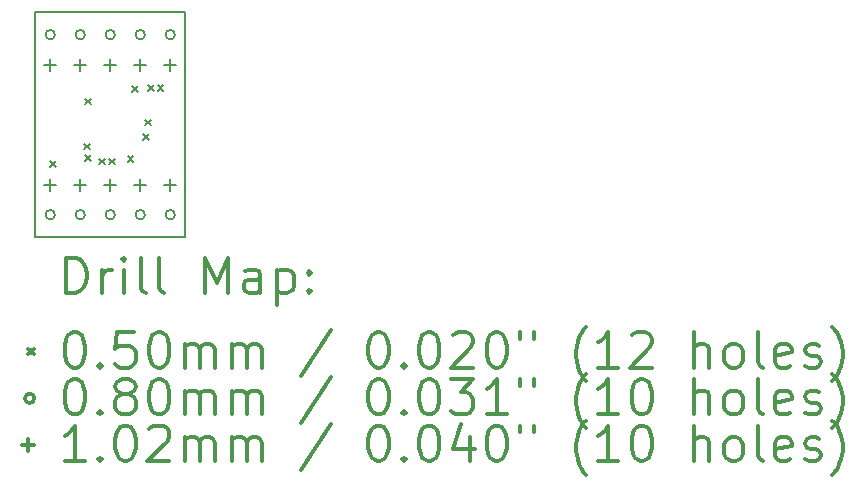
<source format=gbr>
%FSLAX45Y45*%
G04 Gerber Fmt 4.5, Leading zero omitted, Abs format (unit mm)*
G04 Created by KiCad (PCBNEW 4.0.2+dfsg1-stable) date Tue 16 May 2017 12:42:10 BST*
%MOMM*%
G01*
G04 APERTURE LIST*
%ADD10C,0.127000*%
%ADD11C,0.150000*%
%ADD12C,0.200000*%
%ADD13C,0.300000*%
G04 APERTURE END LIST*
D10*
D11*
X20148550Y-9969500D02*
X20148550Y-11874500D01*
X18884900Y-9969500D02*
X20148550Y-9969500D01*
X18884900Y-11874500D02*
X20148550Y-11874500D01*
X18884900Y-9969500D02*
X18884900Y-11874500D01*
D12*
X19012300Y-11227200D02*
X19062300Y-11277200D01*
X19062300Y-11227200D02*
X19012300Y-11277200D01*
X19298050Y-11081150D02*
X19348050Y-11131150D01*
X19348050Y-11081150D02*
X19298050Y-11131150D01*
X19304400Y-10700150D02*
X19354400Y-10750150D01*
X19354400Y-10700150D02*
X19304400Y-10750150D01*
X19304400Y-11176400D02*
X19354400Y-11226400D01*
X19354400Y-11176400D02*
X19304400Y-11226400D01*
X19425050Y-11208150D02*
X19475050Y-11258150D01*
X19475050Y-11208150D02*
X19425050Y-11258150D01*
X19507600Y-11208150D02*
X19557600Y-11258150D01*
X19557600Y-11208150D02*
X19507600Y-11258150D01*
X19666350Y-11189100D02*
X19716350Y-11239100D01*
X19716350Y-11189100D02*
X19666350Y-11239100D01*
X19704450Y-10592200D02*
X19754450Y-10642200D01*
X19754450Y-10592200D02*
X19704450Y-10642200D01*
X19799700Y-10998600D02*
X19849700Y-11048600D01*
X19849700Y-10998600D02*
X19799700Y-11048600D01*
X19812400Y-10877950D02*
X19862400Y-10927950D01*
X19862400Y-10877950D02*
X19812400Y-10927950D01*
X19837800Y-10585850D02*
X19887800Y-10635850D01*
X19887800Y-10585850D02*
X19837800Y-10635850D01*
X19920350Y-10585850D02*
X19970350Y-10635850D01*
X19970350Y-10585850D02*
X19920350Y-10635850D01*
X19051900Y-10160000D02*
G75*
G03X19051900Y-10160000I-40000J0D01*
G01*
X19051900Y-11684000D02*
G75*
G03X19051900Y-11684000I-40000J0D01*
G01*
X19305900Y-10160000D02*
G75*
G03X19305900Y-10160000I-40000J0D01*
G01*
X19305900Y-11684000D02*
G75*
G03X19305900Y-11684000I-40000J0D01*
G01*
X19559900Y-10160000D02*
G75*
G03X19559900Y-10160000I-40000J0D01*
G01*
X19559900Y-11684000D02*
G75*
G03X19559900Y-11684000I-40000J0D01*
G01*
X19813900Y-10160000D02*
G75*
G03X19813900Y-10160000I-40000J0D01*
G01*
X19813900Y-11684000D02*
G75*
G03X19813900Y-11684000I-40000J0D01*
G01*
X20067900Y-10160000D02*
G75*
G03X20067900Y-10160000I-40000J0D01*
G01*
X20067900Y-11684000D02*
G75*
G03X20067900Y-11684000I-40000J0D01*
G01*
X19011900Y-10363200D02*
X19011900Y-10464800D01*
X18961100Y-10414000D02*
X19062700Y-10414000D01*
X19011900Y-11379200D02*
X19011900Y-11480800D01*
X18961100Y-11430000D02*
X19062700Y-11430000D01*
X19265900Y-10363200D02*
X19265900Y-10464800D01*
X19215100Y-10414000D02*
X19316700Y-10414000D01*
X19265900Y-11379200D02*
X19265900Y-11480800D01*
X19215100Y-11430000D02*
X19316700Y-11430000D01*
X19519900Y-10363200D02*
X19519900Y-10464800D01*
X19469100Y-10414000D02*
X19570700Y-10414000D01*
X19519900Y-11379200D02*
X19519900Y-11480800D01*
X19469100Y-11430000D02*
X19570700Y-11430000D01*
X19773900Y-10363200D02*
X19773900Y-10464800D01*
X19723100Y-10414000D02*
X19824700Y-10414000D01*
X19773900Y-11379200D02*
X19773900Y-11480800D01*
X19723100Y-11430000D02*
X19824700Y-11430000D01*
X20027900Y-10363200D02*
X20027900Y-10464800D01*
X19977100Y-10414000D02*
X20078700Y-10414000D01*
X20027900Y-11379200D02*
X20027900Y-11480800D01*
X19977100Y-11430000D02*
X20078700Y-11430000D01*
D13*
X19148829Y-12347714D02*
X19148829Y-12047714D01*
X19220257Y-12047714D01*
X19263114Y-12062000D01*
X19291686Y-12090571D01*
X19305971Y-12119143D01*
X19320257Y-12176286D01*
X19320257Y-12219143D01*
X19305971Y-12276286D01*
X19291686Y-12304857D01*
X19263114Y-12333429D01*
X19220257Y-12347714D01*
X19148829Y-12347714D01*
X19448829Y-12347714D02*
X19448829Y-12147714D01*
X19448829Y-12204857D02*
X19463114Y-12176286D01*
X19477400Y-12162000D01*
X19505971Y-12147714D01*
X19534543Y-12147714D01*
X19634543Y-12347714D02*
X19634543Y-12147714D01*
X19634543Y-12047714D02*
X19620257Y-12062000D01*
X19634543Y-12076286D01*
X19648829Y-12062000D01*
X19634543Y-12047714D01*
X19634543Y-12076286D01*
X19820257Y-12347714D02*
X19791686Y-12333429D01*
X19777400Y-12304857D01*
X19777400Y-12047714D01*
X19977400Y-12347714D02*
X19948829Y-12333429D01*
X19934543Y-12304857D01*
X19934543Y-12047714D01*
X20320257Y-12347714D02*
X20320257Y-12047714D01*
X20420257Y-12262000D01*
X20520257Y-12047714D01*
X20520257Y-12347714D01*
X20791686Y-12347714D02*
X20791686Y-12190571D01*
X20777400Y-12162000D01*
X20748829Y-12147714D01*
X20691686Y-12147714D01*
X20663114Y-12162000D01*
X20791686Y-12333429D02*
X20763114Y-12347714D01*
X20691686Y-12347714D01*
X20663114Y-12333429D01*
X20648829Y-12304857D01*
X20648829Y-12276286D01*
X20663114Y-12247714D01*
X20691686Y-12233429D01*
X20763114Y-12233429D01*
X20791686Y-12219143D01*
X20934543Y-12147714D02*
X20934543Y-12447714D01*
X20934543Y-12162000D02*
X20963114Y-12147714D01*
X21020257Y-12147714D01*
X21048829Y-12162000D01*
X21063114Y-12176286D01*
X21077400Y-12204857D01*
X21077400Y-12290571D01*
X21063114Y-12319143D01*
X21048829Y-12333429D01*
X21020257Y-12347714D01*
X20963114Y-12347714D01*
X20934543Y-12333429D01*
X21205971Y-12319143D02*
X21220257Y-12333429D01*
X21205971Y-12347714D01*
X21191686Y-12333429D01*
X21205971Y-12319143D01*
X21205971Y-12347714D01*
X21205971Y-12162000D02*
X21220257Y-12176286D01*
X21205971Y-12190571D01*
X21191686Y-12176286D01*
X21205971Y-12162000D01*
X21205971Y-12190571D01*
X18827400Y-12817000D02*
X18877400Y-12867000D01*
X18877400Y-12817000D02*
X18827400Y-12867000D01*
X19205971Y-12677714D02*
X19234543Y-12677714D01*
X19263114Y-12692000D01*
X19277400Y-12706286D01*
X19291686Y-12734857D01*
X19305971Y-12792000D01*
X19305971Y-12863429D01*
X19291686Y-12920571D01*
X19277400Y-12949143D01*
X19263114Y-12963429D01*
X19234543Y-12977714D01*
X19205971Y-12977714D01*
X19177400Y-12963429D01*
X19163114Y-12949143D01*
X19148829Y-12920571D01*
X19134543Y-12863429D01*
X19134543Y-12792000D01*
X19148829Y-12734857D01*
X19163114Y-12706286D01*
X19177400Y-12692000D01*
X19205971Y-12677714D01*
X19434543Y-12949143D02*
X19448829Y-12963429D01*
X19434543Y-12977714D01*
X19420257Y-12963429D01*
X19434543Y-12949143D01*
X19434543Y-12977714D01*
X19720257Y-12677714D02*
X19577400Y-12677714D01*
X19563114Y-12820571D01*
X19577400Y-12806286D01*
X19605971Y-12792000D01*
X19677400Y-12792000D01*
X19705971Y-12806286D01*
X19720257Y-12820571D01*
X19734543Y-12849143D01*
X19734543Y-12920571D01*
X19720257Y-12949143D01*
X19705971Y-12963429D01*
X19677400Y-12977714D01*
X19605971Y-12977714D01*
X19577400Y-12963429D01*
X19563114Y-12949143D01*
X19920257Y-12677714D02*
X19948829Y-12677714D01*
X19977400Y-12692000D01*
X19991686Y-12706286D01*
X20005971Y-12734857D01*
X20020257Y-12792000D01*
X20020257Y-12863429D01*
X20005971Y-12920571D01*
X19991686Y-12949143D01*
X19977400Y-12963429D01*
X19948829Y-12977714D01*
X19920257Y-12977714D01*
X19891686Y-12963429D01*
X19877400Y-12949143D01*
X19863114Y-12920571D01*
X19848829Y-12863429D01*
X19848829Y-12792000D01*
X19863114Y-12734857D01*
X19877400Y-12706286D01*
X19891686Y-12692000D01*
X19920257Y-12677714D01*
X20148829Y-12977714D02*
X20148829Y-12777714D01*
X20148829Y-12806286D02*
X20163114Y-12792000D01*
X20191686Y-12777714D01*
X20234543Y-12777714D01*
X20263114Y-12792000D01*
X20277400Y-12820571D01*
X20277400Y-12977714D01*
X20277400Y-12820571D02*
X20291686Y-12792000D01*
X20320257Y-12777714D01*
X20363114Y-12777714D01*
X20391686Y-12792000D01*
X20405971Y-12820571D01*
X20405971Y-12977714D01*
X20548829Y-12977714D02*
X20548829Y-12777714D01*
X20548829Y-12806286D02*
X20563114Y-12792000D01*
X20591686Y-12777714D01*
X20634543Y-12777714D01*
X20663114Y-12792000D01*
X20677400Y-12820571D01*
X20677400Y-12977714D01*
X20677400Y-12820571D02*
X20691686Y-12792000D01*
X20720257Y-12777714D01*
X20763114Y-12777714D01*
X20791686Y-12792000D01*
X20805971Y-12820571D01*
X20805971Y-12977714D01*
X21391686Y-12663429D02*
X21134543Y-13049143D01*
X21777400Y-12677714D02*
X21805971Y-12677714D01*
X21834543Y-12692000D01*
X21848828Y-12706286D01*
X21863114Y-12734857D01*
X21877400Y-12792000D01*
X21877400Y-12863429D01*
X21863114Y-12920571D01*
X21848828Y-12949143D01*
X21834543Y-12963429D01*
X21805971Y-12977714D01*
X21777400Y-12977714D01*
X21748828Y-12963429D01*
X21734543Y-12949143D01*
X21720257Y-12920571D01*
X21705971Y-12863429D01*
X21705971Y-12792000D01*
X21720257Y-12734857D01*
X21734543Y-12706286D01*
X21748828Y-12692000D01*
X21777400Y-12677714D01*
X22005971Y-12949143D02*
X22020257Y-12963429D01*
X22005971Y-12977714D01*
X21991686Y-12963429D01*
X22005971Y-12949143D01*
X22005971Y-12977714D01*
X22205971Y-12677714D02*
X22234543Y-12677714D01*
X22263114Y-12692000D01*
X22277400Y-12706286D01*
X22291686Y-12734857D01*
X22305971Y-12792000D01*
X22305971Y-12863429D01*
X22291686Y-12920571D01*
X22277400Y-12949143D01*
X22263114Y-12963429D01*
X22234543Y-12977714D01*
X22205971Y-12977714D01*
X22177400Y-12963429D01*
X22163114Y-12949143D01*
X22148828Y-12920571D01*
X22134543Y-12863429D01*
X22134543Y-12792000D01*
X22148828Y-12734857D01*
X22163114Y-12706286D01*
X22177400Y-12692000D01*
X22205971Y-12677714D01*
X22420257Y-12706286D02*
X22434543Y-12692000D01*
X22463114Y-12677714D01*
X22534543Y-12677714D01*
X22563114Y-12692000D01*
X22577400Y-12706286D01*
X22591685Y-12734857D01*
X22591685Y-12763429D01*
X22577400Y-12806286D01*
X22405971Y-12977714D01*
X22591685Y-12977714D01*
X22777400Y-12677714D02*
X22805971Y-12677714D01*
X22834543Y-12692000D01*
X22848828Y-12706286D01*
X22863114Y-12734857D01*
X22877400Y-12792000D01*
X22877400Y-12863429D01*
X22863114Y-12920571D01*
X22848828Y-12949143D01*
X22834543Y-12963429D01*
X22805971Y-12977714D01*
X22777400Y-12977714D01*
X22748828Y-12963429D01*
X22734543Y-12949143D01*
X22720257Y-12920571D01*
X22705971Y-12863429D01*
X22705971Y-12792000D01*
X22720257Y-12734857D01*
X22734543Y-12706286D01*
X22748828Y-12692000D01*
X22777400Y-12677714D01*
X22991686Y-12677714D02*
X22991686Y-12734857D01*
X23105971Y-12677714D02*
X23105971Y-12734857D01*
X23548828Y-13092000D02*
X23534543Y-13077714D01*
X23505971Y-13034857D01*
X23491685Y-13006286D01*
X23477400Y-12963429D01*
X23463114Y-12892000D01*
X23463114Y-12834857D01*
X23477400Y-12763429D01*
X23491685Y-12720571D01*
X23505971Y-12692000D01*
X23534543Y-12649143D01*
X23548828Y-12634857D01*
X23820257Y-12977714D02*
X23648828Y-12977714D01*
X23734543Y-12977714D02*
X23734543Y-12677714D01*
X23705971Y-12720571D01*
X23677400Y-12749143D01*
X23648828Y-12763429D01*
X23934543Y-12706286D02*
X23948828Y-12692000D01*
X23977400Y-12677714D01*
X24048828Y-12677714D01*
X24077400Y-12692000D01*
X24091685Y-12706286D01*
X24105971Y-12734857D01*
X24105971Y-12763429D01*
X24091685Y-12806286D01*
X23920257Y-12977714D01*
X24105971Y-12977714D01*
X24463114Y-12977714D02*
X24463114Y-12677714D01*
X24591685Y-12977714D02*
X24591685Y-12820571D01*
X24577400Y-12792000D01*
X24548828Y-12777714D01*
X24505971Y-12777714D01*
X24477400Y-12792000D01*
X24463114Y-12806286D01*
X24777400Y-12977714D02*
X24748828Y-12963429D01*
X24734543Y-12949143D01*
X24720257Y-12920571D01*
X24720257Y-12834857D01*
X24734543Y-12806286D01*
X24748828Y-12792000D01*
X24777400Y-12777714D01*
X24820257Y-12777714D01*
X24848828Y-12792000D01*
X24863114Y-12806286D01*
X24877400Y-12834857D01*
X24877400Y-12920571D01*
X24863114Y-12949143D01*
X24848828Y-12963429D01*
X24820257Y-12977714D01*
X24777400Y-12977714D01*
X25048828Y-12977714D02*
X25020257Y-12963429D01*
X25005971Y-12934857D01*
X25005971Y-12677714D01*
X25277400Y-12963429D02*
X25248828Y-12977714D01*
X25191686Y-12977714D01*
X25163114Y-12963429D01*
X25148828Y-12934857D01*
X25148828Y-12820571D01*
X25163114Y-12792000D01*
X25191686Y-12777714D01*
X25248828Y-12777714D01*
X25277400Y-12792000D01*
X25291686Y-12820571D01*
X25291686Y-12849143D01*
X25148828Y-12877714D01*
X25405971Y-12963429D02*
X25434543Y-12977714D01*
X25491686Y-12977714D01*
X25520257Y-12963429D01*
X25534543Y-12934857D01*
X25534543Y-12920571D01*
X25520257Y-12892000D01*
X25491686Y-12877714D01*
X25448828Y-12877714D01*
X25420257Y-12863429D01*
X25405971Y-12834857D01*
X25405971Y-12820571D01*
X25420257Y-12792000D01*
X25448828Y-12777714D01*
X25491686Y-12777714D01*
X25520257Y-12792000D01*
X25634543Y-13092000D02*
X25648828Y-13077714D01*
X25677400Y-13034857D01*
X25691686Y-13006286D01*
X25705971Y-12963429D01*
X25720257Y-12892000D01*
X25720257Y-12834857D01*
X25705971Y-12763429D01*
X25691686Y-12720571D01*
X25677400Y-12692000D01*
X25648828Y-12649143D01*
X25634543Y-12634857D01*
X18877400Y-13238000D02*
G75*
G03X18877400Y-13238000I-40000J0D01*
G01*
X19205971Y-13073714D02*
X19234543Y-13073714D01*
X19263114Y-13088000D01*
X19277400Y-13102286D01*
X19291686Y-13130857D01*
X19305971Y-13188000D01*
X19305971Y-13259429D01*
X19291686Y-13316571D01*
X19277400Y-13345143D01*
X19263114Y-13359429D01*
X19234543Y-13373714D01*
X19205971Y-13373714D01*
X19177400Y-13359429D01*
X19163114Y-13345143D01*
X19148829Y-13316571D01*
X19134543Y-13259429D01*
X19134543Y-13188000D01*
X19148829Y-13130857D01*
X19163114Y-13102286D01*
X19177400Y-13088000D01*
X19205971Y-13073714D01*
X19434543Y-13345143D02*
X19448829Y-13359429D01*
X19434543Y-13373714D01*
X19420257Y-13359429D01*
X19434543Y-13345143D01*
X19434543Y-13373714D01*
X19620257Y-13202286D02*
X19591686Y-13188000D01*
X19577400Y-13173714D01*
X19563114Y-13145143D01*
X19563114Y-13130857D01*
X19577400Y-13102286D01*
X19591686Y-13088000D01*
X19620257Y-13073714D01*
X19677400Y-13073714D01*
X19705971Y-13088000D01*
X19720257Y-13102286D01*
X19734543Y-13130857D01*
X19734543Y-13145143D01*
X19720257Y-13173714D01*
X19705971Y-13188000D01*
X19677400Y-13202286D01*
X19620257Y-13202286D01*
X19591686Y-13216571D01*
X19577400Y-13230857D01*
X19563114Y-13259429D01*
X19563114Y-13316571D01*
X19577400Y-13345143D01*
X19591686Y-13359429D01*
X19620257Y-13373714D01*
X19677400Y-13373714D01*
X19705971Y-13359429D01*
X19720257Y-13345143D01*
X19734543Y-13316571D01*
X19734543Y-13259429D01*
X19720257Y-13230857D01*
X19705971Y-13216571D01*
X19677400Y-13202286D01*
X19920257Y-13073714D02*
X19948829Y-13073714D01*
X19977400Y-13088000D01*
X19991686Y-13102286D01*
X20005971Y-13130857D01*
X20020257Y-13188000D01*
X20020257Y-13259429D01*
X20005971Y-13316571D01*
X19991686Y-13345143D01*
X19977400Y-13359429D01*
X19948829Y-13373714D01*
X19920257Y-13373714D01*
X19891686Y-13359429D01*
X19877400Y-13345143D01*
X19863114Y-13316571D01*
X19848829Y-13259429D01*
X19848829Y-13188000D01*
X19863114Y-13130857D01*
X19877400Y-13102286D01*
X19891686Y-13088000D01*
X19920257Y-13073714D01*
X20148829Y-13373714D02*
X20148829Y-13173714D01*
X20148829Y-13202286D02*
X20163114Y-13188000D01*
X20191686Y-13173714D01*
X20234543Y-13173714D01*
X20263114Y-13188000D01*
X20277400Y-13216571D01*
X20277400Y-13373714D01*
X20277400Y-13216571D02*
X20291686Y-13188000D01*
X20320257Y-13173714D01*
X20363114Y-13173714D01*
X20391686Y-13188000D01*
X20405971Y-13216571D01*
X20405971Y-13373714D01*
X20548829Y-13373714D02*
X20548829Y-13173714D01*
X20548829Y-13202286D02*
X20563114Y-13188000D01*
X20591686Y-13173714D01*
X20634543Y-13173714D01*
X20663114Y-13188000D01*
X20677400Y-13216571D01*
X20677400Y-13373714D01*
X20677400Y-13216571D02*
X20691686Y-13188000D01*
X20720257Y-13173714D01*
X20763114Y-13173714D01*
X20791686Y-13188000D01*
X20805971Y-13216571D01*
X20805971Y-13373714D01*
X21391686Y-13059429D02*
X21134543Y-13445143D01*
X21777400Y-13073714D02*
X21805971Y-13073714D01*
X21834543Y-13088000D01*
X21848828Y-13102286D01*
X21863114Y-13130857D01*
X21877400Y-13188000D01*
X21877400Y-13259429D01*
X21863114Y-13316571D01*
X21848828Y-13345143D01*
X21834543Y-13359429D01*
X21805971Y-13373714D01*
X21777400Y-13373714D01*
X21748828Y-13359429D01*
X21734543Y-13345143D01*
X21720257Y-13316571D01*
X21705971Y-13259429D01*
X21705971Y-13188000D01*
X21720257Y-13130857D01*
X21734543Y-13102286D01*
X21748828Y-13088000D01*
X21777400Y-13073714D01*
X22005971Y-13345143D02*
X22020257Y-13359429D01*
X22005971Y-13373714D01*
X21991686Y-13359429D01*
X22005971Y-13345143D01*
X22005971Y-13373714D01*
X22205971Y-13073714D02*
X22234543Y-13073714D01*
X22263114Y-13088000D01*
X22277400Y-13102286D01*
X22291686Y-13130857D01*
X22305971Y-13188000D01*
X22305971Y-13259429D01*
X22291686Y-13316571D01*
X22277400Y-13345143D01*
X22263114Y-13359429D01*
X22234543Y-13373714D01*
X22205971Y-13373714D01*
X22177400Y-13359429D01*
X22163114Y-13345143D01*
X22148828Y-13316571D01*
X22134543Y-13259429D01*
X22134543Y-13188000D01*
X22148828Y-13130857D01*
X22163114Y-13102286D01*
X22177400Y-13088000D01*
X22205971Y-13073714D01*
X22405971Y-13073714D02*
X22591685Y-13073714D01*
X22491685Y-13188000D01*
X22534543Y-13188000D01*
X22563114Y-13202286D01*
X22577400Y-13216571D01*
X22591685Y-13245143D01*
X22591685Y-13316571D01*
X22577400Y-13345143D01*
X22563114Y-13359429D01*
X22534543Y-13373714D01*
X22448828Y-13373714D01*
X22420257Y-13359429D01*
X22405971Y-13345143D01*
X22877400Y-13373714D02*
X22705971Y-13373714D01*
X22791685Y-13373714D02*
X22791685Y-13073714D01*
X22763114Y-13116571D01*
X22734543Y-13145143D01*
X22705971Y-13159429D01*
X22991686Y-13073714D02*
X22991686Y-13130857D01*
X23105971Y-13073714D02*
X23105971Y-13130857D01*
X23548828Y-13488000D02*
X23534543Y-13473714D01*
X23505971Y-13430857D01*
X23491685Y-13402286D01*
X23477400Y-13359429D01*
X23463114Y-13288000D01*
X23463114Y-13230857D01*
X23477400Y-13159429D01*
X23491685Y-13116571D01*
X23505971Y-13088000D01*
X23534543Y-13045143D01*
X23548828Y-13030857D01*
X23820257Y-13373714D02*
X23648828Y-13373714D01*
X23734543Y-13373714D02*
X23734543Y-13073714D01*
X23705971Y-13116571D01*
X23677400Y-13145143D01*
X23648828Y-13159429D01*
X24005971Y-13073714D02*
X24034543Y-13073714D01*
X24063114Y-13088000D01*
X24077400Y-13102286D01*
X24091685Y-13130857D01*
X24105971Y-13188000D01*
X24105971Y-13259429D01*
X24091685Y-13316571D01*
X24077400Y-13345143D01*
X24063114Y-13359429D01*
X24034543Y-13373714D01*
X24005971Y-13373714D01*
X23977400Y-13359429D01*
X23963114Y-13345143D01*
X23948828Y-13316571D01*
X23934543Y-13259429D01*
X23934543Y-13188000D01*
X23948828Y-13130857D01*
X23963114Y-13102286D01*
X23977400Y-13088000D01*
X24005971Y-13073714D01*
X24463114Y-13373714D02*
X24463114Y-13073714D01*
X24591685Y-13373714D02*
X24591685Y-13216571D01*
X24577400Y-13188000D01*
X24548828Y-13173714D01*
X24505971Y-13173714D01*
X24477400Y-13188000D01*
X24463114Y-13202286D01*
X24777400Y-13373714D02*
X24748828Y-13359429D01*
X24734543Y-13345143D01*
X24720257Y-13316571D01*
X24720257Y-13230857D01*
X24734543Y-13202286D01*
X24748828Y-13188000D01*
X24777400Y-13173714D01*
X24820257Y-13173714D01*
X24848828Y-13188000D01*
X24863114Y-13202286D01*
X24877400Y-13230857D01*
X24877400Y-13316571D01*
X24863114Y-13345143D01*
X24848828Y-13359429D01*
X24820257Y-13373714D01*
X24777400Y-13373714D01*
X25048828Y-13373714D02*
X25020257Y-13359429D01*
X25005971Y-13330857D01*
X25005971Y-13073714D01*
X25277400Y-13359429D02*
X25248828Y-13373714D01*
X25191686Y-13373714D01*
X25163114Y-13359429D01*
X25148828Y-13330857D01*
X25148828Y-13216571D01*
X25163114Y-13188000D01*
X25191686Y-13173714D01*
X25248828Y-13173714D01*
X25277400Y-13188000D01*
X25291686Y-13216571D01*
X25291686Y-13245143D01*
X25148828Y-13273714D01*
X25405971Y-13359429D02*
X25434543Y-13373714D01*
X25491686Y-13373714D01*
X25520257Y-13359429D01*
X25534543Y-13330857D01*
X25534543Y-13316571D01*
X25520257Y-13288000D01*
X25491686Y-13273714D01*
X25448828Y-13273714D01*
X25420257Y-13259429D01*
X25405971Y-13230857D01*
X25405971Y-13216571D01*
X25420257Y-13188000D01*
X25448828Y-13173714D01*
X25491686Y-13173714D01*
X25520257Y-13188000D01*
X25634543Y-13488000D02*
X25648828Y-13473714D01*
X25677400Y-13430857D01*
X25691686Y-13402286D01*
X25705971Y-13359429D01*
X25720257Y-13288000D01*
X25720257Y-13230857D01*
X25705971Y-13159429D01*
X25691686Y-13116571D01*
X25677400Y-13088000D01*
X25648828Y-13045143D01*
X25634543Y-13030857D01*
X18826600Y-13583200D02*
X18826600Y-13684800D01*
X18775800Y-13634000D02*
X18877400Y-13634000D01*
X19305971Y-13769714D02*
X19134543Y-13769714D01*
X19220257Y-13769714D02*
X19220257Y-13469714D01*
X19191686Y-13512571D01*
X19163114Y-13541143D01*
X19134543Y-13555429D01*
X19434543Y-13741143D02*
X19448829Y-13755429D01*
X19434543Y-13769714D01*
X19420257Y-13755429D01*
X19434543Y-13741143D01*
X19434543Y-13769714D01*
X19634543Y-13469714D02*
X19663114Y-13469714D01*
X19691686Y-13484000D01*
X19705971Y-13498286D01*
X19720257Y-13526857D01*
X19734543Y-13584000D01*
X19734543Y-13655429D01*
X19720257Y-13712571D01*
X19705971Y-13741143D01*
X19691686Y-13755429D01*
X19663114Y-13769714D01*
X19634543Y-13769714D01*
X19605971Y-13755429D01*
X19591686Y-13741143D01*
X19577400Y-13712571D01*
X19563114Y-13655429D01*
X19563114Y-13584000D01*
X19577400Y-13526857D01*
X19591686Y-13498286D01*
X19605971Y-13484000D01*
X19634543Y-13469714D01*
X19848829Y-13498286D02*
X19863114Y-13484000D01*
X19891686Y-13469714D01*
X19963114Y-13469714D01*
X19991686Y-13484000D01*
X20005971Y-13498286D01*
X20020257Y-13526857D01*
X20020257Y-13555429D01*
X20005971Y-13598286D01*
X19834543Y-13769714D01*
X20020257Y-13769714D01*
X20148829Y-13769714D02*
X20148829Y-13569714D01*
X20148829Y-13598286D02*
X20163114Y-13584000D01*
X20191686Y-13569714D01*
X20234543Y-13569714D01*
X20263114Y-13584000D01*
X20277400Y-13612571D01*
X20277400Y-13769714D01*
X20277400Y-13612571D02*
X20291686Y-13584000D01*
X20320257Y-13569714D01*
X20363114Y-13569714D01*
X20391686Y-13584000D01*
X20405971Y-13612571D01*
X20405971Y-13769714D01*
X20548829Y-13769714D02*
X20548829Y-13569714D01*
X20548829Y-13598286D02*
X20563114Y-13584000D01*
X20591686Y-13569714D01*
X20634543Y-13569714D01*
X20663114Y-13584000D01*
X20677400Y-13612571D01*
X20677400Y-13769714D01*
X20677400Y-13612571D02*
X20691686Y-13584000D01*
X20720257Y-13569714D01*
X20763114Y-13569714D01*
X20791686Y-13584000D01*
X20805971Y-13612571D01*
X20805971Y-13769714D01*
X21391686Y-13455429D02*
X21134543Y-13841143D01*
X21777400Y-13469714D02*
X21805971Y-13469714D01*
X21834543Y-13484000D01*
X21848828Y-13498286D01*
X21863114Y-13526857D01*
X21877400Y-13584000D01*
X21877400Y-13655429D01*
X21863114Y-13712571D01*
X21848828Y-13741143D01*
X21834543Y-13755429D01*
X21805971Y-13769714D01*
X21777400Y-13769714D01*
X21748828Y-13755429D01*
X21734543Y-13741143D01*
X21720257Y-13712571D01*
X21705971Y-13655429D01*
X21705971Y-13584000D01*
X21720257Y-13526857D01*
X21734543Y-13498286D01*
X21748828Y-13484000D01*
X21777400Y-13469714D01*
X22005971Y-13741143D02*
X22020257Y-13755429D01*
X22005971Y-13769714D01*
X21991686Y-13755429D01*
X22005971Y-13741143D01*
X22005971Y-13769714D01*
X22205971Y-13469714D02*
X22234543Y-13469714D01*
X22263114Y-13484000D01*
X22277400Y-13498286D01*
X22291686Y-13526857D01*
X22305971Y-13584000D01*
X22305971Y-13655429D01*
X22291686Y-13712571D01*
X22277400Y-13741143D01*
X22263114Y-13755429D01*
X22234543Y-13769714D01*
X22205971Y-13769714D01*
X22177400Y-13755429D01*
X22163114Y-13741143D01*
X22148828Y-13712571D01*
X22134543Y-13655429D01*
X22134543Y-13584000D01*
X22148828Y-13526857D01*
X22163114Y-13498286D01*
X22177400Y-13484000D01*
X22205971Y-13469714D01*
X22563114Y-13569714D02*
X22563114Y-13769714D01*
X22491685Y-13455429D02*
X22420257Y-13669714D01*
X22605971Y-13669714D01*
X22777400Y-13469714D02*
X22805971Y-13469714D01*
X22834543Y-13484000D01*
X22848828Y-13498286D01*
X22863114Y-13526857D01*
X22877400Y-13584000D01*
X22877400Y-13655429D01*
X22863114Y-13712571D01*
X22848828Y-13741143D01*
X22834543Y-13755429D01*
X22805971Y-13769714D01*
X22777400Y-13769714D01*
X22748828Y-13755429D01*
X22734543Y-13741143D01*
X22720257Y-13712571D01*
X22705971Y-13655429D01*
X22705971Y-13584000D01*
X22720257Y-13526857D01*
X22734543Y-13498286D01*
X22748828Y-13484000D01*
X22777400Y-13469714D01*
X22991686Y-13469714D02*
X22991686Y-13526857D01*
X23105971Y-13469714D02*
X23105971Y-13526857D01*
X23548828Y-13884000D02*
X23534543Y-13869714D01*
X23505971Y-13826857D01*
X23491685Y-13798286D01*
X23477400Y-13755429D01*
X23463114Y-13684000D01*
X23463114Y-13626857D01*
X23477400Y-13555429D01*
X23491685Y-13512571D01*
X23505971Y-13484000D01*
X23534543Y-13441143D01*
X23548828Y-13426857D01*
X23820257Y-13769714D02*
X23648828Y-13769714D01*
X23734543Y-13769714D02*
X23734543Y-13469714D01*
X23705971Y-13512571D01*
X23677400Y-13541143D01*
X23648828Y-13555429D01*
X24005971Y-13469714D02*
X24034543Y-13469714D01*
X24063114Y-13484000D01*
X24077400Y-13498286D01*
X24091685Y-13526857D01*
X24105971Y-13584000D01*
X24105971Y-13655429D01*
X24091685Y-13712571D01*
X24077400Y-13741143D01*
X24063114Y-13755429D01*
X24034543Y-13769714D01*
X24005971Y-13769714D01*
X23977400Y-13755429D01*
X23963114Y-13741143D01*
X23948828Y-13712571D01*
X23934543Y-13655429D01*
X23934543Y-13584000D01*
X23948828Y-13526857D01*
X23963114Y-13498286D01*
X23977400Y-13484000D01*
X24005971Y-13469714D01*
X24463114Y-13769714D02*
X24463114Y-13469714D01*
X24591685Y-13769714D02*
X24591685Y-13612571D01*
X24577400Y-13584000D01*
X24548828Y-13569714D01*
X24505971Y-13569714D01*
X24477400Y-13584000D01*
X24463114Y-13598286D01*
X24777400Y-13769714D02*
X24748828Y-13755429D01*
X24734543Y-13741143D01*
X24720257Y-13712571D01*
X24720257Y-13626857D01*
X24734543Y-13598286D01*
X24748828Y-13584000D01*
X24777400Y-13569714D01*
X24820257Y-13569714D01*
X24848828Y-13584000D01*
X24863114Y-13598286D01*
X24877400Y-13626857D01*
X24877400Y-13712571D01*
X24863114Y-13741143D01*
X24848828Y-13755429D01*
X24820257Y-13769714D01*
X24777400Y-13769714D01*
X25048828Y-13769714D02*
X25020257Y-13755429D01*
X25005971Y-13726857D01*
X25005971Y-13469714D01*
X25277400Y-13755429D02*
X25248828Y-13769714D01*
X25191686Y-13769714D01*
X25163114Y-13755429D01*
X25148828Y-13726857D01*
X25148828Y-13612571D01*
X25163114Y-13584000D01*
X25191686Y-13569714D01*
X25248828Y-13569714D01*
X25277400Y-13584000D01*
X25291686Y-13612571D01*
X25291686Y-13641143D01*
X25148828Y-13669714D01*
X25405971Y-13755429D02*
X25434543Y-13769714D01*
X25491686Y-13769714D01*
X25520257Y-13755429D01*
X25534543Y-13726857D01*
X25534543Y-13712571D01*
X25520257Y-13684000D01*
X25491686Y-13669714D01*
X25448828Y-13669714D01*
X25420257Y-13655429D01*
X25405971Y-13626857D01*
X25405971Y-13612571D01*
X25420257Y-13584000D01*
X25448828Y-13569714D01*
X25491686Y-13569714D01*
X25520257Y-13584000D01*
X25634543Y-13884000D02*
X25648828Y-13869714D01*
X25677400Y-13826857D01*
X25691686Y-13798286D01*
X25705971Y-13755429D01*
X25720257Y-13684000D01*
X25720257Y-13626857D01*
X25705971Y-13555429D01*
X25691686Y-13512571D01*
X25677400Y-13484000D01*
X25648828Y-13441143D01*
X25634543Y-13426857D01*
M02*

</source>
